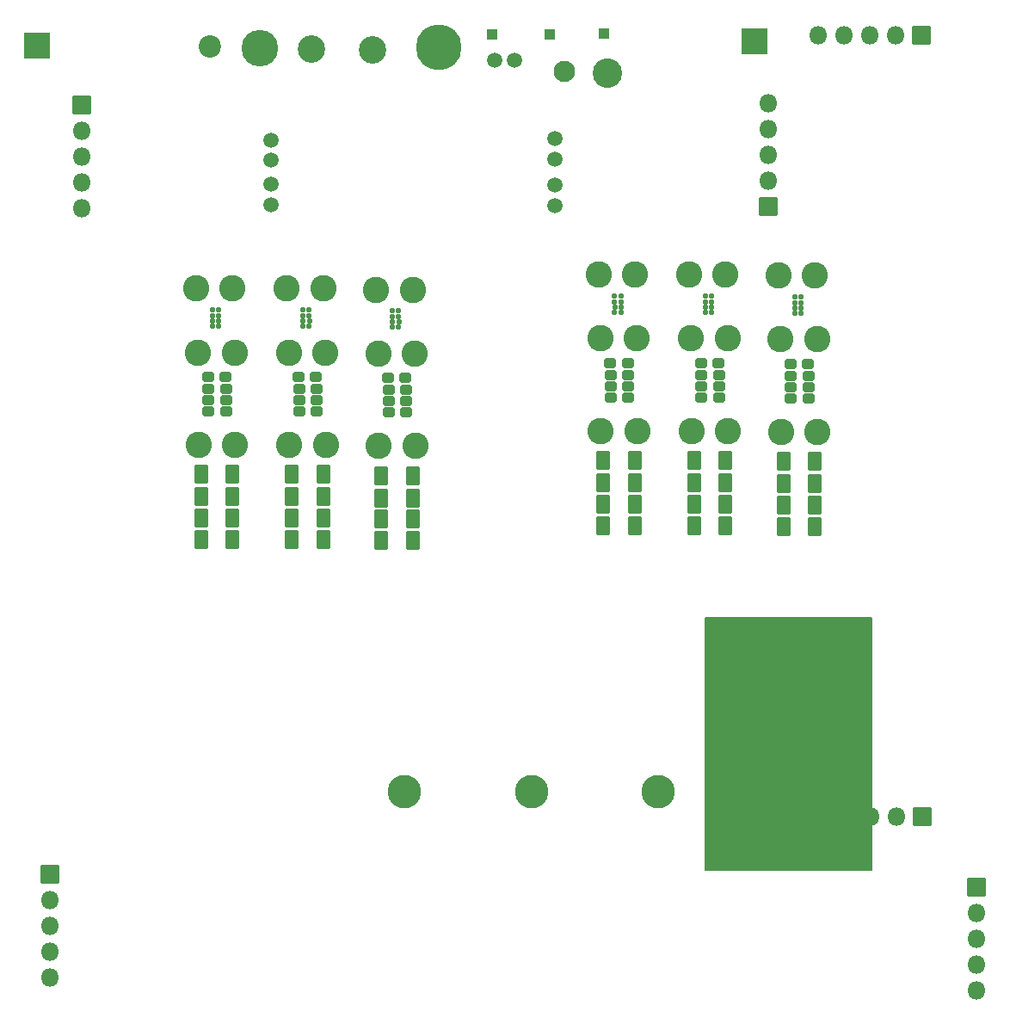
<source format=gbs>
G04 #@! TF.GenerationSoftware,KiCad,Pcbnew,(6.0.10)*
G04 #@! TF.CreationDate,2023-02-12T23:23:39+01:00*
G04 #@! TF.ProjectId,hamodule,68616d6f-6475-46c6-952e-6b696361645f,20220918.20*
G04 #@! TF.SameCoordinates,Original*
G04 #@! TF.FileFunction,Soldermask,Bot*
G04 #@! TF.FilePolarity,Negative*
%FSLAX46Y46*%
G04 Gerber Fmt 4.6, Leading zero omitted, Abs format (unit mm)*
G04 Created by KiCad (PCBNEW (6.0.10)) date 2023-02-12 23:23:39*
%MOMM*%
%LPD*%
G01*
G04 APERTURE LIST*
G04 Aperture macros list*
%AMRoundRect*
0 Rectangle with rounded corners*
0 $1 Rounding radius*
0 $2 $3 $4 $5 $6 $7 $8 $9 X,Y pos of 4 corners*
0 Add a 4 corners polygon primitive as box body*
4,1,4,$2,$3,$4,$5,$6,$7,$8,$9,$2,$3,0*
0 Add four circle primitives for the rounded corners*
1,1,$1+$1,$2,$3*
1,1,$1+$1,$4,$5*
1,1,$1+$1,$6,$7*
1,1,$1+$1,$8,$9*
0 Add four rect primitives between the rounded corners*
20,1,$1+$1,$2,$3,$4,$5,0*
20,1,$1+$1,$4,$5,$6,$7,0*
20,1,$1+$1,$6,$7,$8,$9,0*
20,1,$1+$1,$8,$9,$2,$3,0*%
G04 Aperture macros list end*
%ADD10C,0.150000*%
%ADD11C,3.300000*%
%ADD12C,1.500000*%
%ADD13C,2.700000*%
%ADD14RoundRect,0.050000X-0.850000X-0.850000X0.850000X-0.850000X0.850000X0.850000X-0.850000X0.850000X0*%
%ADD15O,1.800000X1.800000*%
%ADD16RoundRect,0.050000X-0.850000X0.850000X-0.850000X-0.850000X0.850000X-0.850000X0.850000X0.850000X0*%
%ADD17RoundRect,0.050000X-0.500000X-0.500000X0.500000X-0.500000X0.500000X0.500000X-0.500000X0.500000X0*%
%ADD18C,3.600000*%
%ADD19RoundRect,0.050000X-1.250000X-1.250000X1.250000X-1.250000X1.250000X1.250000X-1.250000X1.250000X0*%
%ADD20RoundRect,0.050000X0.850000X0.850000X-0.850000X0.850000X-0.850000X-0.850000X0.850000X-0.850000X0*%
%ADD21C,2.100000*%
%ADD22C,2.900000*%
%ADD23C,0.800000*%
%ADD24C,4.500000*%
%ADD25C,2.200000*%
%ADD26RoundRect,0.150000X0.130000X0.100000X-0.130000X0.100000X-0.130000X-0.100000X0.130000X-0.100000X0*%
%ADD27C,2.600000*%
%ADD28RoundRect,0.287500X0.300000X0.237500X-0.300000X0.237500X-0.300000X-0.237500X0.300000X-0.237500X0*%
%ADD29RoundRect,0.300000X0.412500X0.650000X-0.412500X0.650000X-0.412500X-0.650000X0.412500X-0.650000X0*%
G04 APERTURE END LIST*
D10*
X89400000Y-83000000D02*
X105700000Y-83000000D01*
X105700000Y-83000000D02*
X105700000Y-107800000D01*
X105700000Y-107800000D02*
X89400000Y-107800000D01*
X89400000Y-107800000D02*
X89400000Y-83000000D01*
G36*
X89400000Y-83000000D02*
G01*
X105700000Y-83000000D01*
X105700000Y-107800000D01*
X89400000Y-107800000D01*
X89400000Y-83000000D01*
G37*
D11*
X72263000Y-100076000D03*
X84763000Y-100076000D03*
X59763000Y-100076000D03*
D12*
X74549000Y-40418000D03*
X74549000Y-42418000D03*
X46609000Y-40291000D03*
X46609000Y-42291000D03*
X74549000Y-35846000D03*
X74549000Y-37846000D03*
X46609000Y-35957000D03*
X46609000Y-37957000D03*
D13*
X56642000Y-27051000D03*
D14*
X116078000Y-109474000D03*
D15*
X116078000Y-112014000D03*
X116078000Y-114554000D03*
X116078000Y-117094000D03*
X116078000Y-119634000D03*
D14*
X24892000Y-108204000D03*
D15*
X24892000Y-110744000D03*
X24892000Y-113284000D03*
X24892000Y-115824000D03*
X24892000Y-118364000D03*
D16*
X110765000Y-102529000D03*
D15*
X108225000Y-102529000D03*
X105685000Y-102529000D03*
X103145000Y-102529000D03*
X100605000Y-102529000D03*
D16*
X110668000Y-25669000D03*
D15*
X108128000Y-25669000D03*
X105588000Y-25669000D03*
X103048000Y-25669000D03*
X100508000Y-25669000D03*
D17*
X68431000Y-25548000D03*
D18*
X45531000Y-26948000D03*
D13*
X45531000Y-26948000D03*
D19*
X23631000Y-26648000D03*
D14*
X28007000Y-32523000D03*
D15*
X28007000Y-35063000D03*
X28007000Y-37603000D03*
X28007000Y-40143000D03*
X28007000Y-42683000D03*
D19*
X94231000Y-26248000D03*
D17*
X79431000Y-25448000D03*
D20*
X95595000Y-42494000D03*
D15*
X95595000Y-39954000D03*
X95595000Y-37414000D03*
X95595000Y-34874000D03*
X95595000Y-32334000D03*
D21*
X75531000Y-29248000D03*
D17*
X74031000Y-25548000D03*
D12*
X70631000Y-28148000D03*
X68631000Y-28148000D03*
D13*
X50631000Y-27048000D03*
D22*
X79731000Y-29348000D03*
D23*
X61952274Y-25630274D03*
X61952274Y-27963726D03*
X61469000Y-26797000D03*
D24*
X63119000Y-26797000D03*
D23*
X63119000Y-25147000D03*
X63119000Y-28447000D03*
X64285726Y-27963726D03*
X64769000Y-26797000D03*
X64285726Y-25630274D03*
D25*
X40631000Y-26748000D03*
D26*
X81079000Y-51273000D03*
X80439000Y-51273000D03*
D27*
X60779000Y-56973000D03*
D26*
X81079000Y-52873000D03*
X80439000Y-52873000D03*
X50419000Y-53773000D03*
X49779000Y-53773000D03*
D27*
X51779000Y-50573000D03*
D28*
X42196500Y-60473000D03*
X40471500Y-60473000D03*
D27*
X57216500Y-66073000D03*
D29*
X91379000Y-73873000D03*
X88254000Y-73873000D03*
D27*
X100416500Y-64673000D03*
D29*
X82459000Y-69673000D03*
X79334000Y-69673000D03*
D28*
X81796500Y-59073000D03*
X80071500Y-59073000D03*
D27*
X91379000Y-49173000D03*
X87779000Y-49173000D03*
X82696500Y-64573000D03*
X60579000Y-50673000D03*
X87979000Y-55473000D03*
D28*
X99479000Y-57973000D03*
X97754000Y-57973000D03*
D27*
X96579000Y-49273000D03*
D26*
X98819000Y-52473000D03*
X98179000Y-52473000D03*
X41479000Y-54273000D03*
X40839000Y-54273000D03*
X81099000Y-52373000D03*
X80459000Y-52373000D03*
D29*
X100179000Y-73973000D03*
X97054000Y-73973000D03*
D28*
X51079000Y-59273000D03*
X49354000Y-59273000D03*
D29*
X42859000Y-75273000D03*
X39734000Y-75273000D03*
D28*
X51116500Y-60473000D03*
X49391500Y-60473000D03*
D27*
X39459000Y-56873000D03*
D29*
X82459000Y-73873000D03*
X79334000Y-73873000D03*
D26*
X59219000Y-53873000D03*
X58579000Y-53873000D03*
D29*
X60579000Y-75373000D03*
X57454000Y-75373000D03*
X60579000Y-71173000D03*
X57454000Y-71173000D03*
D26*
X41479000Y-52673000D03*
X40839000Y-52673000D03*
D29*
X60579000Y-73273000D03*
X57454000Y-73273000D03*
D26*
X50399000Y-52673000D03*
X49759000Y-52673000D03*
D28*
X42196500Y-62673000D03*
X40471500Y-62673000D03*
D29*
X91379000Y-67473000D03*
X88254000Y-67473000D03*
D27*
X79059000Y-55473000D03*
D28*
X99516500Y-60273000D03*
X97791500Y-60273000D03*
D27*
X88016500Y-64573000D03*
X78859000Y-49173000D03*
D29*
X51779000Y-75273000D03*
X48654000Y-75273000D03*
X51779000Y-73173000D03*
X48654000Y-73173000D03*
D26*
X59199000Y-53373000D03*
X58559000Y-53373000D03*
D27*
X91616500Y-64573000D03*
X60816500Y-66073000D03*
D28*
X90679000Y-57873000D03*
X88954000Y-57873000D03*
D27*
X43059000Y-56873000D03*
X100379000Y-55573000D03*
X79096500Y-64573000D03*
D26*
X89999000Y-51873000D03*
X89359000Y-51873000D03*
D29*
X42859000Y-73173000D03*
X39734000Y-73173000D03*
D27*
X91579000Y-55473000D03*
D26*
X98799000Y-52973000D03*
X98159000Y-52973000D03*
D29*
X82459000Y-67473000D03*
X79334000Y-67473000D03*
X42859000Y-68873000D03*
X39734000Y-68873000D03*
X91379000Y-69673000D03*
X88254000Y-69673000D03*
D26*
X90019000Y-52373000D03*
X89379000Y-52373000D03*
D29*
X91379000Y-71773000D03*
X88254000Y-71773000D03*
D27*
X48416500Y-65973000D03*
X48379000Y-56873000D03*
D26*
X81079000Y-51873000D03*
X80439000Y-51873000D03*
D27*
X82459000Y-49173000D03*
D28*
X42196500Y-61573000D03*
X40471500Y-61573000D03*
D27*
X48179000Y-50573000D03*
D26*
X98799000Y-51373000D03*
X98159000Y-51373000D03*
D29*
X51779000Y-68873000D03*
X48654000Y-68873000D03*
D28*
X59916500Y-60573000D03*
X58191500Y-60573000D03*
D29*
X60579000Y-68973000D03*
X57454000Y-68973000D03*
D26*
X50399000Y-54273000D03*
X49759000Y-54273000D03*
D29*
X100179000Y-67573000D03*
X97054000Y-67573000D03*
D27*
X96816500Y-64673000D03*
D29*
X100179000Y-71873000D03*
X97054000Y-71873000D03*
D27*
X42859000Y-50573000D03*
D28*
X90716500Y-61273000D03*
X88991500Y-61273000D03*
X90716500Y-59073000D03*
X88991500Y-59073000D03*
D26*
X89999000Y-51273000D03*
X89359000Y-51273000D03*
X41499000Y-53773000D03*
X40859000Y-53773000D03*
X98799000Y-51973000D03*
X98159000Y-51973000D03*
D29*
X51779000Y-71073000D03*
X48654000Y-71073000D03*
D28*
X81796500Y-61273000D03*
X80071500Y-61273000D03*
D27*
X56979000Y-50673000D03*
X100179000Y-49273000D03*
D26*
X41479000Y-53273000D03*
X40839000Y-53273000D03*
D29*
X82459000Y-71773000D03*
X79334000Y-71773000D03*
D27*
X39496500Y-65973000D03*
D28*
X51116500Y-62673000D03*
X49391500Y-62673000D03*
D26*
X59199000Y-54373000D03*
X58559000Y-54373000D03*
D29*
X42859000Y-71073000D03*
X39734000Y-71073000D03*
D28*
X42159000Y-59273000D03*
X40434000Y-59273000D03*
D27*
X82659000Y-55473000D03*
D28*
X59879000Y-59373000D03*
X58154000Y-59373000D03*
D27*
X43096500Y-65973000D03*
D28*
X99516500Y-59173000D03*
X97791500Y-59173000D03*
X90716500Y-60173000D03*
X88991500Y-60173000D03*
D26*
X89999000Y-52873000D03*
X89359000Y-52873000D03*
D28*
X81796500Y-60173000D03*
X80071500Y-60173000D03*
X59916500Y-62773000D03*
X58191500Y-62773000D03*
X59916500Y-61673000D03*
X58191500Y-61673000D03*
D26*
X59199000Y-52773000D03*
X58559000Y-52773000D03*
D27*
X52016500Y-65973000D03*
D28*
X51116500Y-61573000D03*
X49391500Y-61573000D03*
D27*
X39259000Y-50573000D03*
D28*
X99516500Y-61373000D03*
X97791500Y-61373000D03*
D27*
X96779000Y-55573000D03*
D29*
X100179000Y-69773000D03*
X97054000Y-69773000D03*
D27*
X51979000Y-56873000D03*
X57179000Y-56973000D03*
D26*
X50399000Y-53273000D03*
X49759000Y-53273000D03*
D28*
X81759000Y-57873000D03*
X80034000Y-57873000D03*
M02*

</source>
